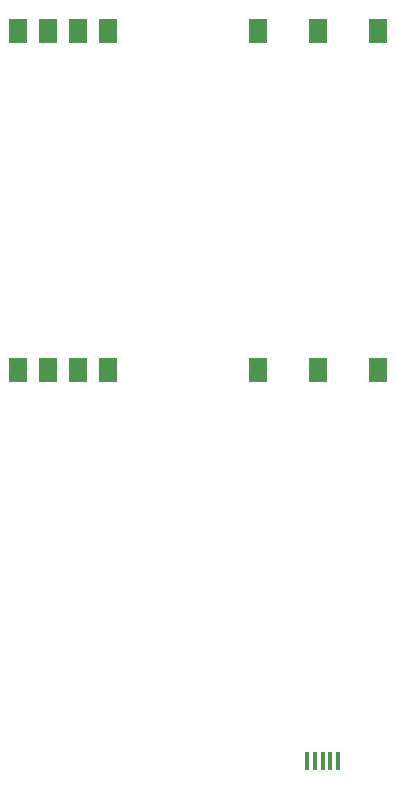
<source format=gbp>
G04 #@! TF.GenerationSoftware,KiCad,Pcbnew,(5.1.5)-3*
G04 #@! TF.CreationDate,2020-09-30T13:58:30-07:00*
G04 #@! TF.ProjectId,Plug_Pass,506c7567-5f50-4617-9373-2e6b69636164,v2.2*
G04 #@! TF.SameCoordinates,Original*
G04 #@! TF.FileFunction,Paste,Bot*
G04 #@! TF.FilePolarity,Positive*
%FSLAX46Y46*%
G04 Gerber Fmt 4.6, Leading zero omitted, Abs format (unit mm)*
G04 Created by KiCad (PCBNEW (5.1.5)-3) date 2020-09-30 13:58:30*
%MOMM*%
%LPD*%
G04 APERTURE LIST*
%ADD10R,1.500000X2.030000*%
%ADD11R,0.450000X1.500000*%
G04 APERTURE END LIST*
D10*
X138684000Y-88518000D03*
X141224000Y-88518000D03*
X143764000Y-88518000D03*
X146304000Y-88518000D03*
X159004000Y-88518000D03*
X164084000Y-88518000D03*
X169164000Y-88518000D03*
X138684000Y-59818000D03*
X141224000Y-59818000D03*
X143764000Y-59818000D03*
X146304000Y-59818000D03*
X159004000Y-59818000D03*
X164084000Y-59818000D03*
X169164000Y-59818000D03*
D11*
X163165000Y-121662000D03*
X163815000Y-121662000D03*
X164465000Y-121662000D03*
X165115000Y-121662000D03*
X165765000Y-121662000D03*
M02*

</source>
